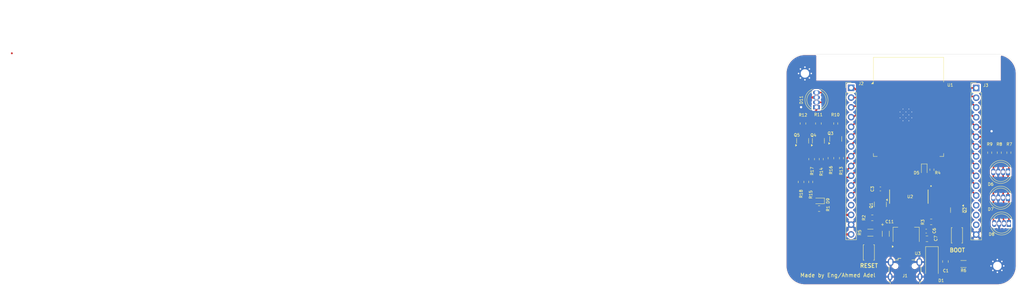
<source format=kicad_pcb>
(kicad_pcb (version 20241229) (generator "pcbnew") (generator_version "9.0")
  (layers (0 "F.Cu" signal) (2 "B.Cu" signal) (13 "F.Paste" user) (15 "B.Paste" user) (5 "F.SilkS" user "F.Silkscreen") (7 "B.SilkS" user "B.Silkscreen") (1 "F.Mask" user) (3 "B.Mask" user) (25 "Edge.Cuts" user))
  (net 0 "")
  (net 1 "GND")
  (net 2 "ESP_IO0")
  (net 3 "ESP_EN")
  (net 4 "+3V3")
  (net 5 "Net-(Q4-G)")
  (net 6 "Net-(Q3-G)")
  (net 7 "Net-(Q5-G)")
  (net 8 "Net-(D9-A)")
  (net 9 "Net-(D11-BK)")
  (net 10 "Net-(Q5-D)")
  (net 11 "Net-(Q4-D)")
  (net 12 "Net-(D11-GK)")
  (net 13 "RTS")
  (net 14 "Net-(Q2-B)")
  (net 15 "DTR")
  (net 16 "Net-(Q1-B)")
  (net 17 "Net-(D11-RK)")
  (net 18 "Net-(Q3-D)")
  (net 19 "ESP_IO23")
  (net 20 "ESP_IO25")
  (net 21 "ESP_IO22")
  (net 22 "ESP_IO2")
  (net 23 "Net-(D5-A)")
  (net 24 "ESP_IO21")
  (net 25 "RGB_BLUE")
  (net 26 "RGB_GREEN")
  (net 27 "ESP_IO19")
  (net 28 "ESP_IO18")
  (net 29 "RGB_RED")
  (net 32 "ESP_IO12")
  (net 33 "ESP_IO27")
  (net 34 "ESP_SVN")
  (net 36 "ESP_IO4")
  (net 38 "ESP_SVP")
  (net 40 "ESP_U0RX")
  (net 41 "ESP_IO26")
  (net 42 "ESP_IO5")
  (net 43 "ESP_U0TX")
  (net 44 "ESP_IO17")
  (net 45 "ESP_IO35")
  (net 46 "ESP_IO16")
  (net 47 "ESP_IO34")
  (net 48 "ESP_IO32")
  (net 49 "ESP_IO33")
  (net 50 "ESP_IO15")
  (net 53 "ESP_IO14")
  (net 54 "ESP_IO13")
  (net 55 "+5V")
  (net 56 "UD-")
  (net 57 "UD+")
  (net 58 "Net-(D1-A)")
  (footprint "Resistor_SMD:R_0805_2012Metric" (layer "F.Cu") (at 142.305 117.05)
    (property "Reference" "R3")
    (property "Value" "10k Ohm")
  )
  (footprint "Capacitor_SMD:C_0805_2012Metric" (layer "F.Cu") (at 141.205 121.45)
    (property "Reference" "C7")
    (property "Value" "10uF, 10v")
  )
  (footprint "Resistor_SMD:R_0805_2012Metric" (layer "F.Cu") (at 127 116 180)
    (property "Reference" "R2")
    (property "Value" "10k Ohm")
  )
  (footprint "LED_SMD:LED_0603_1608Metric" (layer "F.Cu") (at 140.5 103.5 -90)
    (property "Reference" "D5")
    (property "Value" "Blue LED")
  )
  (footprint "Capacitor_SMD:C_1206_3216Metric" (layer "F.Cu") (at 130.5 120.15 -90)
    (property "Reference" "C11")
    (property "Value" "22uF, 6.3v+, tantlum")
  )
  (footprint "Capacitor_SMD:C_0805_2012Metric" (layer "F.Cu") (at 146 127.35 90)
    (property "Reference" "C1")
    (property "Value" "10uF/25V")
  )
  (footprint "LED_THT:LED_D5.0mm-4_RGB" (layer "F.Cu") (at 112.5 87.27 90)
    (property "Reference" "D11")
    (property "Value" "LED_BGAR")
  )
  (footprint "RF_Module:ESP32-WROOM-32" (layer "F.Cu") (at 136.4175 90.1725)
    (property "Reference" "U1")
    (property "Value" "ESP32-WROOM-32")
  )
  (footprint "Resistor_SMD:R_0603_1608Metric" (layer "F.Cu") (at 160 99.075 -90)
    (property "Reference" "R8")
    (property "Value" "220 Ohm, 1/4 Watt")
  )
  (footprint "Resistor_SMD:R_0805_2012Metric" (layer "F.Cu") (at 109 91.5 90)
    (property "Reference" "R12")
    (property "Value" "130 Ohm")
  )
  (footprint "Resistor_SMD:R_0603_1608Metric" (layer "F.Cu") (at 119 100.5 -90)
    (property "Reference" "R13")
    (property "Value" "220 Ohm")
  )
  (footprint "LED_SMD:LED_0603_1608Metric" (layer "F.Cu") (at 113.0846 111.6054 180)
    (property "Reference" "D9")
    (property "Value" "Red Power LED")
  )
  (footprint "Resistor_SMD:R_0805_2012Metric" (layer "F.Cu") (at 111.25 100.75 -90)
    (property "Reference" "R17")
    (property "Value" "10k Ohm")
  )
  (footprint "Capacitor_SMD:C_0603_1608Metric" (layer "F.Cu") (at 129.105 108.5 180)
    (property "Reference" "C3")
    (property "Value" "0.1uF")
  )
  (footprint "Capacitor_SMD:C_0603_1608Metric" (layer "F.Cu") (at 141.005 119.45)
    (property "Reference" "C6")
    (property "Value" "0.1uF, 10v")
  )
  (footprint "Resistor_SMD:R_0603_1608Metric" (layer "F.Cu") (at 162.5 99.075 -90)
    (property "Reference" "R7")
    (property "Value" "220 Ohm, 1/4 Watt")
  )
  (footprint "LED_THT:LED_D5.0mm-4_RGB" (layer "F.Cu") (at 162.27 110.775 180)
    (property "Reference" "D7")
    (property "Value" "LED_BGKR")
  )
  (footprint "Package_TO_SOT_SMD:SOT-23" (layer "F.Cu") (at 148.892928 114 -90)
    (property "Reference" "Q2")
    (property "Value" "S8050")
  )
  (footprint "LED_THT:LED_D5.0mm-4_RGB" (layer "F.Cu") (at 162.5 117.475 180)
    (property "Reference" "D8")
    (property "Value" "LED_BGKR")
  )
  (footprint "Resistor_SMD:R_0805_2012Metric" (layer "F.Cu") (at 113 91.5 90)
    (property "Reference" "R11")
    (property "Value" "130 Ohm")
  )
  (footprint "Fiducial:Fiducial_0.5mm_Mask1.5mm" (layer "F.Cu") (at -96.567072 73.2554)
    (property "Reference" "FID2" (hide yes))
    (property "Value" "Fiducial")
  )
  (footprint "Resistor_SMD:R_0603_1608Metric" (layer "F.Cu") (at 111 106.675 -90)
    (property "Reference" "R15")
    (property "Value" "220 Ohm")
  )
  (footprint "TS-1088-AR02016:SW_TS-1088-AR02016" (layer "F.Cu") (at 149 120.5554 -90)
    (property "Reference" "SW2" (hide yes))
    (property "Value" "SW_Push")
  )
  (footprint "Resistor_SMD:R_0805_2012Metric" (layer "F.Cu") (at 116.25 100.5 -90)
    (property "Reference" "R16")
    (property "Value" "10k Ohm")
  )
  (footprint "CH340C:CH340C" (layer "F.Cu") (at 136.5 110.5 -90)
    (property "Reference" "U2")
    (property "Value" "SOIC127P600X180-16N")
  )
  (footprint "Connector_PinHeader_2.54mm:PinHeader_1x16_P2.54mm_Vertical" (layer "F.Cu") (at 154 82.26)
    (property "Reference" "J3")
    (property "Value" "Conn_01x16_Pin")
  )
  (footprint "Diode_SMD:D_SMA_Handsoldering" (layer "F.Cu") (at 142.5 128 -90)
    (property "Reference" "D1")
    (property "Value" "1N5819")
  )
  (footprint "LED_THT:LED_D5.0mm-4_RGB" (layer "F.Cu") (at 162.27 104.075 180)
    (property "Reference" "D6")
    (property "Value" "LED_BGKR")
  )
  (footprint "MountingHole:MountingHole_2.2mm_M2_Pad_Via" (layer "F.Cu") (at 109.5 78.5)
    (property "Reference" "H1" (hide yes))
    (property "Value" "MountingHole_Pad")
  )
  (footprint "Package_TO_SOT_SMD:SOT-23" (layer "F.Cu") (at 117.5 95.5 90)
    (property "Reference" "Q3")
    (property "Value" "BSS138")
  )
  (footprint "Resistor_SMD:R_0603_1608Metric" (layer "F.Cu") (at 117.5 91.5 90)
    (property "Reference" "R10")
    (property "Value" "220 Ohm, 1/4 Watt")
  )
  (footprint "Connector_PinHeader_2.54mm:PinHeader_1x16_P2.54mm_Vertical" (layer "F.Cu") (at 121.5 82.22)
    (property "Reference" "J2")
    (property "Value" "Conn_01x16_Pin")
  )
  (footprint "Connector_USB:USB_Micro-B_Wuerth_629105150521" (layer "F.Cu") (at 135.505 129.35)
    (property "Reference" "J1")
    (property "Value" "USB_B_Micro")
  )
  (footprint "Resistor_SMD:R_0603_1608Metric" (layer "F.Cu") (at 157.5 99.075 -90)
    (property "Reference" "R9")
    (property "Value" "220 Ohm, 1/4 Watt")
  )
  (footprint "Package_TO_SOT_SMD:SOT-23" (layer "F.Cu") (at 108.9 96 90)
    (property "Reference" "Q5")
    (property "Value" "BSS138")
  )
  (footprint "Package_TO_SOT_SMD:SOT-223-3_TabPin2" (layer "F.Cu") (at 135.805 120.35 90)
    (property "Reference" "U3")
    (property "Value" "AMS1117-3.3")
  )
  (footprint "Resistor_SMD:R_0805_2012Metric" (layer "F.Cu") (at 113.1846 113.6054)
    (property "Reference" "R1")
    (property "Value" "2.2k Ohm")
  )
  (footprint "Resistor_SMD:R_1206_3216Metric" (layer "F.Cu") (at 150.705 128)
    (property "Reference" "R6")
    (property "Value" "10 Ohm")
  )
  (footprint "Resistor_SMD:R_1206_3216Metric" (layer "F.Cu") (at 126.505 119.85)
    (property "Reference" "R5")
    (property "Value" "10 Ohm")
  )
  (footprint "Fiducial:Fiducial_0.5mm_Mask1.5mm" (layer "F.Cu") (at 108.2846 122.7054)
    (property "Reference" "FID1" (hide yes))
    (property "Value" "Fiducial")
  )
  (footprint "Resistor_SMD:R_0805_2012Metric" (layer "F.Cu") (at 108.5 106.675 -90)
    (property "Reference" "R18")
    (property "Value" "10k Ohm")
  )
  (footprint "Resistor_SMD:R_0603_1608Metric" (layer "F.Cu") (at 113.75 100.75 -90)
    (property "Reference" "R14")
    (property "Value" "220 Ohm")
  )
  (footprint "TS-1088-AR02016:SW_TS-1088-AR02016" (layer "F.Cu") (at 126.105 125 90)
    (property "Reference" "SW1" (hide yes))
    (property "Value" "SW_Push")
  )
  (footprint "MountingHole:MountingHole_2.2mm_M2_Pad_Via" (layer "F.Cu") (at 159.5 128.5)
    (property "Reference" "H2" (hide yes))
    (property "Value" "MountingHole_Pad")
  )
  (footprint "Package_TO_SOT_SMD:SOT-23" (layer "F.Cu") (at 113 96 90)
    (property "Reference" "Q4")
    (property "Value" "BSS138")
  )
  (footprint "Package_TO_SOT_SMD:SOT-23" (layer "F.Cu") (at 129.105 112.5 -90)
    (property "Reference" "Q1")
    (property "Value" "S8050")
  )
  (footprint "Resistor_SMD:R_0603_1608Metric" (layer "F.Cu") (at 142.5 103.5 90)
    (property "Reference" "R4")
    (property "Value" "1k Ohm")
  )
  (gr_arc (start 159.5 73.5) (mid 163.035534 74.964466) (end 164.5 78.5) (stroke (width 0.05)) (layer "Edge.Cuts"))
  (gr_arc (start 109.5 133.5) (mid 105.964466 132.035534) (end 104.5 128.5) (stroke (width 0.05)) (layer "Edge.Cuts"))
  (gr_arc (start 104.5 78.5) (mid 105.964466 74.964466) (end 109.5 73.5) (stroke (width 0.05)) (layer "Edge.Cuts"))
  (gr_line (start 159.5 133.5) (end 109.5 133.5) (stroke (width 0.05)) (layer "Edge.Cuts"))
  (gr_arc (start 164.5 128.5) (mid 163.035534 132.035534) (end 159.5 133.5) (stroke (width 0.05)) (layer "Edge.Cuts"))
  (gr_line (start 109.5 73.5) (end 159.5 73.5) (stroke (width 0.05)) (layer "Edge.Cuts"))
  (gr_line (start 164.5 78.5) (end 164.5 128.5) (stroke (width 0.05)) (layer "Edge.Cuts"))
  (gr_line (start 104.5 128.5) (end 104.5 78.5) (stroke (width 0.05)) (layer "Edge.Cuts"))
  (gr_text "+" (at 129.105 118.15 0) (layer "F.SilkS") (effects (font (size 0.762 0.762) (thickness 0.127) (bold yes)) (justify left bottom)))
  (gr_text "BOOT" (at 147 125 0) (layer "F.SilkS") (effects (font (size 1.016 1.016) (thickness 0.2032) (bold yes)) (justify left bottom)))
  (gr_text "RESET" (at 123.705 129.05 0) (layer "F.SilkS") (effects (font (size 1.016 1.016) (thickness 0.2032) (bold yes)) (justify left bottom)))
  (gr_text "Made by Eng/Ahmed Adel" (at 108.1896 131.5054 0) (layer "F.SilkS") (effects (font (size 1 1)) (justify left bottom)))
  (via (at 108.5 87.25) (size 1.4) (drill 0.6) (layers "F.Cu" "B.Cu") (net 1))
  (via (at 158 93.5) (size 1.4) (drill 0.6) (layers "F.Cu" "B.Cu") (net 1))
  (segment (start 154 110.2) (end 145.1675 101.3675) (width 0.4) (layer "F.Cu") (net 2))
  (segment (start 145.1675 101.3675) (end 145.1675 98.4325) (width 0.4) (layer "F.Cu") (net 2))
  (segment (start 121.5 82.22) (end 122.2575 82.22) (width 0.4) (layer "F.Cu") (net 3))
  (segment (start 122.2575 82.22) (end 124.5 84.4625) (width 0.4) (layer "F.Cu") (net 3))
  (segment (start 124.5 84.4625) (end 127.6675 84.4625) (width 0.4) (layer "F.Cu") (net 3))
  (segment (start 114.0971 113.6054) (end 117.3554 113.6054) (width 0.6) (layer "F.Cu") (net 4))
  (segment (start 118.99 115.24) (end 121.5 115.24) (width 0.6) (layer "F.Cu") (net 4))
  (segment (start 117.3554 113.6054) (end 118.99 115.24) (width 0.6) (layer "F.Cu") (net 4))
  (segment (start 112.05 97.45) (end 112.05 96.9375) (width 0.4) (layer "F.Cu") (net 5))
  (segment (start 113.5875 99.8375) (end 111.25 99.8375) (width 0.4) (layer "F.Cu") (net 5))
  (segment (start 111.25 99.8375) (end 111.25 98.25) (width 0.4) (layer "F.Cu") (net 5))
  (segment (start 111.25 98.25) (end 112.05 97.45) (width 0.4) (layer "F.Cu") (net 5))
  (segment (start 113.675 99.925) (end 113.5875 99.8375) (width 0.4) (layer "F.Cu") (net 5))
  (segment (start 113.75 99.925) (end 113.675 99.925) (width 0.4) (layer "F.Cu") (net 5))
  (segment (start 116.25 98.25) (end 116.55 97.95) (width 0.4) (layer "F.Cu") (net 6))
  (segment (start 116.3375 99.675) (end 116.25 99.5875) (width 0.4) (layer "F.Cu") (net 6))
  (segment (start 116.55 97.95) (end 116.55 96.4375) (width 0.4) (layer "F.Cu") (net 6))
  (segment (start 119 99.675) (end 116.3375 99.675) (width 0.4) (layer "F.Cu") (net 6))
  (segment (start 116.25 99.5875) (end 116.25 98.25) (width 0.4) (layer "F.Cu") (net 6))
  (segment (start 108.5 103.3) (end 108.5 105.7625) (width 0.4) (layer "F.Cu") (net 7))
  (segment (start 107.95 102.75) (end 108.5 103.3) (width 0.4) (layer "F.Cu") (net 7))
  (segment (start 107.95 96.9375) (end 107.95 102.75) (width 0.4) (layer "F.Cu") (net 7))
  (segment (start 108.5875 105.85) (end 108.5 105.7625) (width 0.4) (layer "F.Cu") (net 7))
  (segment (start 111 105.85) (end 108.5875 105.85) (width 0.4) (layer "F.Cu") (net 7))
  (segment (start 112.2971 113.5804) (end 112.2721 113.6054) (width 0.6) (layer "F.Cu") (net 8))
  (segment (start 112.2971 111.6054) (end 112.2971 113.5804) (width 0.6) (layer "F.Cu") (net 8))
  (segment (start 112.5 88) (end 109.9125 90.5875) (width 0.4) (layer "F.Cu") (net 9))
  (segment (start 109.9125 90.5875) (end 109 90.5875) (width 0.4) (layer "F.Cu") (net 9))
  (segment (start 112.5 87.27) (end 112.5 88) (width 0.4) (layer "F.Cu") (net 9))
  (segment (start 109 94.9625) (end 108.9 95.0625) (width 0.4) (layer "F.Cu") (net 10))
  (segment (start 109 92.4125) (end 109 94.9625) (width 0.4) (layer "F.Cu") (net 10))
  (segment (start 113 92.4125) (end 113 95.0625) (width 0.4) (layer "F.Cu") (net 11))
  (segment (start 112.5 86) (end 114 86) (width 0.4) (layer "F.Cu") (net 12))
  (segment (start 113.9125 90.5875) (end 113 90.5875) (width 0.4) (layer "F.Cu") (net 12))
  (segment (start 114 86) (end 115 87) (width 0.4) (layer "F.Cu") (net 12))
  (segment (start 115 89.5) (end 113.9125 90.5875) (width 0.4) (layer "F.Cu") (net 12))
  (segment (start 115 87) (end 115 89.5) (width 0.4) (layer "F.Cu") (net 12))
  (segment (start 112.5 83.46) (end 113.8 83.46) (width 0.4) (layer "F.Cu") (net 17))
  (segment (start 113.8 83.46) (end 117.5 87.16) (width 0.4) (layer "F.Cu") (net 17))
  (segment (start 117.5 87.16) (end 117.5 90.675) (width 0.4) (layer "F.Cu") (net 17))
  (segment (start 117.5 92.325) (end 117.5 94.5625) (width 0.4) (layer "F.Cu") (net 18))
  (segment (start 150.5 83.1925) (end 145.1675 83.1925) (width 0.4) (layer "F.Cu") (net 19))
  (segment (start 151.4325 82.26) (end 150.5 83.1925) (width 0.4) (layer "F.Cu") (net 19))
  (segment (start 154 82.26) (end 151.4325 82.26) (width 0.4) (layer "F.Cu") (net 19))
  (segment (start 121.5 100) (end 121 100) (width 0.4) (layer "F.Cu") (net 20))
  (segment (start 121 100) (end 119.675 101.325) (width 0.4) (layer "F.Cu") (net 20))
  (segment (start 126.381928 93.3525) (end 127.6675 93.3525) (width 0.4) (layer "F.Cu") (net 20))
  (segment (start 121.5 100) (end 123.597 97.903) (width 0.4) (layer "F.Cu") (net 20))
  (segment (start 119.675 101.325) (end 119 101.325) (width 0.4) (layer "F.Cu") (net 20))
  (segment (start 123.597 97.903) (end 123.597 96.137428) (width 0.4) (layer "F.Cu") (net 20))
  (segment (start 123.597 96.137428) (end 126.381928 93.3525) (width 0.4) (layer "F.Cu") (net 20))
  (segment (start 153.6625 84.4625) (end 145.1675 84.4625) (width 0.4) (layer "F.Cu") (net 21))
  (segment (start 154 84.8) (end 153.6625 84.4625) (width 0.4) (layer "F.Cu") (net 21))
  (segment (start 154 92.42) (end 149.8525 88.2725) (width 0.4) (layer "F.Cu") (net 24))
  (segment (start 149.8525 88.2725) (end 145.1675 88.2725) (width 0.4) (layer "F.Cu") (net 24))
  (segment (start 162.5 95.25) (end 162.5 98.25) (width 0.4) (layer "F.Cu") (net 24))
  (segment (start 154 92.42) (end 155.83 92.42) (width 0.4) (layer "F.Cu") (net 24))
  (segment (start 155.83 92.42) (end 156.5 91.75) (width 0.4) (layer "F.Cu") (net 24))
  (segment (start 156.5 91.75) (end 159 91.75) (width 0.4) (layer "F.Cu") (net 24))
  (segment (start 159 91.75) (end 162.5 95.25) (width 0.4) (layer "F.Cu") (net 24))
  (segment (start 162.5 99.9) (end 162.5 103.845) (width 0.4) (layer "F.Cu") (net 25))
  (segment (start 162.27 104.075) (end 162.27 110.775) (width 0.4) (layer "F.Cu") (net 25))
  (segment (start 162.5 111.005) (end 162.5 117.475) (width 0.4) (layer "F.Cu") (net 25))
  (segment (start 162.5 103.845) (end 162.27 104.075) (width 0.4) (layer "F.Cu") (net 25))
  (segment (start 162.27 110.775) (end 162.5 111.005) (width 0.4) (layer "F.Cu") (net 25))
  (segment (start 161.096 110.871) (end 161.096 117.341) (width 0.4) (layer "F.Cu") (net 26))
  (segment (start 161 104.075) (end 161 110.775) (width 0.4) (layer "F.Cu") (net 26))
  (segment (start 160 99.9) (end 160 101.25) (width 0.4) (layer "F.Cu") (net 26))
  (segment (start 161 102.25) (end 161 104.075) (width 0.4) (layer "F.Cu") (net 26))
  (segment (start 161 110.775) (end 161.096 110.871) (width 0.4) (layer "F.Cu") (net 26))
  (segment (start 161.096 117.341) (end 161.23 117.475) (width 0.4) (layer "F.Cu") (net 26))
  (segment (start 160 101.25) (end 161 102.25) (width 0.4) (layer "F.Cu") (net 26))
  (segment (start 160 96.75) (end 160 98.25) (width 0.4) (layer "F.Cu") (net 27))
  (segment (start 154 94.96) (end 158.21 94.96) (width 0.4) (layer "F.Cu") (net 27))
  (segment (start 149.8525 90.8125) (end 145.1675 90.8125) (width 0.4) (layer "F.Cu") (net 27))
  (segment (start 158.21 94.96) (end 160 96.75) (width 0.4) (layer "F.Cu") (net 27))
  (segment (start 154 94.96) (end 149.8525 90.8125) (width 0.4) (layer "F.Cu") (net 27))
  (segment (start 156.5 98.25) (end 155.75 97.5) (width 0.4) (layer "F.Cu") (net 28))
  (segment (start 148.5825 92.0825) (end 145.1675 92.0825) (width 0.4) (layer "F.Cu") (net 28))
  (segment (start 154 97.5) (end 148.5825 92.0825) (width 0.4) (layer "F.Cu") (net 28))
  (segment (start 157.5 98.25) (end 156.5 98.25) (width 0.4) (layer "F.Cu") (net 28))
  (segment (start 155.75 97.5) (end 154 97.5) (width 0.4) (layer "F.Cu") (net 28))
  (segment (start 158.46 117.245) (end 158.69 117.475) (width 0.4) (layer "F.Cu") (net 29))
  (segment (start 157.5 101.25) (end 158.5 102.25) (width 0.4) (layer "F.Cu") (net 29))
  (segment (start 158.46 110.775) (end 158.46 117.245) (width 0.4) (layer "F.Cu") (net 29))
  (segment (start 158.5 102.25) (end 158.5 104.035) (width 0.4) (layer "F.Cu") (net 29))
  (segment (start 157.5 99.9) (end 157.5 101.25) (width 0.4) (layer "F.Cu") (net 29))
  (segment (start 158.46 104.075) (end 158.46 110.775) (width 0.4) (layer "F.Cu") (net 29))
  (segment (start 158.5 104.035) (end 158.46 104.075) (width 0.4) (layer "F.Cu") (net 29))
  (segment (start 127.6675 103.9925) (end 127.6675 98.4325) (width 0.4) (layer "F.Cu") (net 32))
  (segment (start 121.5 110.16) (end 127.6675 103.9925) (width 0.4) (layer "F.Cu") (net 32))
  (segment (start 125.199 101.381) (end 125.199 96.801) (width 0.4) (layer "F.Cu") (net 33))
  (segment (start 116.5 107.5) (end 111 107.5) (width 0.4) (layer "F.Cu") (net 33))
  (segment (start 126.1075 95.8925) (end 127.6675 95.8925) (width 0.4) (layer "F.Cu") (net 33))
  (segment (start 125.199 96.801) (end 126.1075 95.8925) (width 0.4) (layer "F.Cu") (net 33))
  (segment (start 121.08 105.5) (end 118.5 105.5) (width 0.4) (layer "F.Cu") (net 33))
  (segment (start 118.5 105.5) (end 116.5 107.5) (width 0.4) (layer "F.Cu") (net 33))
  (segment (start 121.5 105.08) (end 121.08 105.5) (width 0.4) (layer "F.Cu") (net 33))
  (segment (start 121.5 105.08) (end 125.199 101.381) (width 0.4) (layer "F.Cu") (net 33))
  (segment (start 121.7975 87.0025) (end 127.6675 87.0025) (width 0.4) (layer "F.Cu") (net 34))
  (segment (start 121.5 87.3) (end 121.7975 87.0025) (width 0.4) (layer "F.Cu") (net 34))
  (segment (start 147.5 98.345) (end 146.3175 97.1625) (width 0.4) (layer "F.Cu") (net 36))
  (segment (start 154 107.66) (end 147.5 101.16) (width 0.4) (layer "F.Cu") (net 36))
  (segment (start 147.5 101.16) (end 147.5 98.345) (width 0.4) (layer "F.Cu") (net 36))
  (segment (start 146.3175 97.1625) (end 145.1675 97.1625) (width 0.4) (layer "F.Cu") (net 36))
  (segment (start 123.8525 85.7325) (end 127.6675 85.7325) (width 0.4) (layer "F.Cu") (net 38))
  (segment (start 122.88 84.76) (end 123.8525 85.7325) (width 0.4) (layer "F.Cu") (net 38))
  (segment (start 121.5 84.76) (end 122.88 84.76) (width 0.4) (layer "F.Cu") (net 38))
  (segment (start 154 89.88) (end 153.3775 89.88) (width 0.4) (layer "F.Cu") (net 40))
  (segment (start 153.3775 89.88) (end 150.5 87.0025) (width 0.4) (layer "F.Cu") (net 40))
  (segment (start 150.5 87.0025) (end 145.1675 87.0025) (width 0.4) (layer "F.Cu") (net 40))
  (segment (start 121.5 102.54) (end 124.398 99.642) (width 0.4) (layer "F.Cu") (net 41))
  (segment (start 126.244714 94.6225) (end 127.6675 94.6225) (width 0.4) (layer "F.Cu") (net 41))
  (segment (start 113.75 101.575) (end 113.75 102.6529) (width 0.4) (layer "F.Cu") (net 41))
  (segment (start 114.5971 103.5) (end 120.54 103.5) (width 0.4) (layer "F.Cu") (net 41))
  (segment (start 124.398 96.469214) (end 126.244714 94.6225) (width 0.4) (layer "F.Cu") (net 41))
  (segment (start 120.54 103.5) (end 121.5 102.54) (width 0.4) (layer "F.Cu") (net 41))
  (segment (start 124.398 99.642) (end 124.398 96.469214) (width 0.4) (layer "F.Cu") (net 41))
  (segment (start 113.75 102.6529) (end 114.5971 103.5) (width 0.4) (layer "F.Cu") (net 41))
  (segment (start 147.3125 93.3525) (end 145.1675 93.3525) (width 0.4) (layer "F.Cu") (net 42))
  (segment (start 154 100.04) (end 147.3125 93.3525) (width 0.4) (layer "F.Cu") (net 42))
  (segment (start 152.41 85.75) (end 145.185 85.75) (width 0.4) (layer "F.Cu") (net 43))
  (segment (start 154 87.34) (end 152.41 85.75) (width 0.4) (layer "F.Cu") (net 43))
  (segment (start 145.185 85.75) (end 145.1675 85.7325) (width 0.4) (layer "F.Cu") (net 43))
  (segment (start 154 102.58) (end 146.0425 94.6225) (width 0.4) (layer "F.Cu") (net 44))
  (segment (start 146.0425 94.6225) (end 145.1675 94.6225) (width 0.4) (layer "F.Cu") (net 44))
  (segment (start 121.5 92.38) (end 124.3375 89.5425) (width 0.4) (layer "F.Cu") (net 45))
  (segment (start 124.3375 89.5425) (end 127.6675 89.5425) (width 0.4) (layer "F.Cu") (net 45))
  (segment (start 154 105.12) (end 149.5 100.62) (width 0.4) (layer "F.Cu") (net 46))
  (segment (start 146.179714 95.8925) (end 145.1675 95.8925) (width 0.4) (layer "F.Cu") (net 46))
  (segment (start 149.5 99.212786) (end 146.179714 95.8925) (width 0.4) (layer "F.Cu") (net 46))
  (segment (start 149.5 100.62) (end 149.5 99.212786) (width 0.4) (layer "F.Cu") (net 46))
  (segment (start 122.16 89.84) (end 123.7275 88.2725) (width 0.4) (layer "F.Cu") (net 47))
  (segment (start 121.5 89.84) (end 122.16 89.84) (width 0.4) (layer "F.Cu") (net 47))
  (segment (start 123.7275 88.2725) (end 127.6675 88.2725) (width 0.4) (layer "F.Cu") (net 47))
  (segment (start 125.6075 90.8125) (end 127.6675 90.8125) (width 0.4) (layer "F.Cu") (net 48))
  (segment (start 121.5 94.92) (end 125.6075 90.8125) (width 0.4) (layer "F.Cu") (net 48))
  (segment (start 121.5 97.101643) (end 126.519143 92.0825) (width 0.4) (layer "F.Cu") (net 49))
  (segment (start 126.519143 92.0825) (end 127.6675 92.0825) (width 0.4) (layer "F.Cu") (net 49))
  (segment (start 121.5 97.46) (end 121.5 97.101643) (width 0.4) (layer "F.Cu") (net 49))
  (segment (start 126 97.698) (end 126.5355 97.1625) (width 0.4) (layer "F.Cu") (net 53))
  (segment (start 121.5 107.62) (end 126 103.12) (width 0.4) (layer "F.Cu") (net 53))
  (segment (start 126.5355 97.1625) (end 127.6675 97.1625) (width 0.4) (layer "F.Cu") (net 53))
  (segment (start 126 103.12) (end 126 97.698) (width 0.4) (layer "F.Cu") (net 53))
  (segment (start 108.52 84.73) (end 112.5 84.73) (width 0.6) (layer "F.Cu") (net 55))
  (segment (start 110.32 120.32) (end 106 116) (width 0.6) (layer "F.Cu") (net 55))
  (segment (start 121.5 120.32) (end 110.32 120.32) (width 0.6) (layer "F.Cu") (net 55))
  (segment (start 106 87.25) (end 108.52 84.73) (width 0.6) (layer "F.Cu") (net 55))
  (segment (start 106 116) (end 106 87.25) (width 0.6) (layer "F.Cu") (net 55))
  (zone (net 1) (net_name "GND") (layers "F.Cu" "B.Cu") (connect_pads (clearance 0.4)) (min_thickness 0.4) (fill yes (thermal_gap 0.5) (thermal_bridge_width 0.5))
    (polygon (pts (xy 103.5 72.5) (xy 165.5 72.5) (xy 165.5 134.5) (xy 103.5 134.5)))
  )
)
</source>
